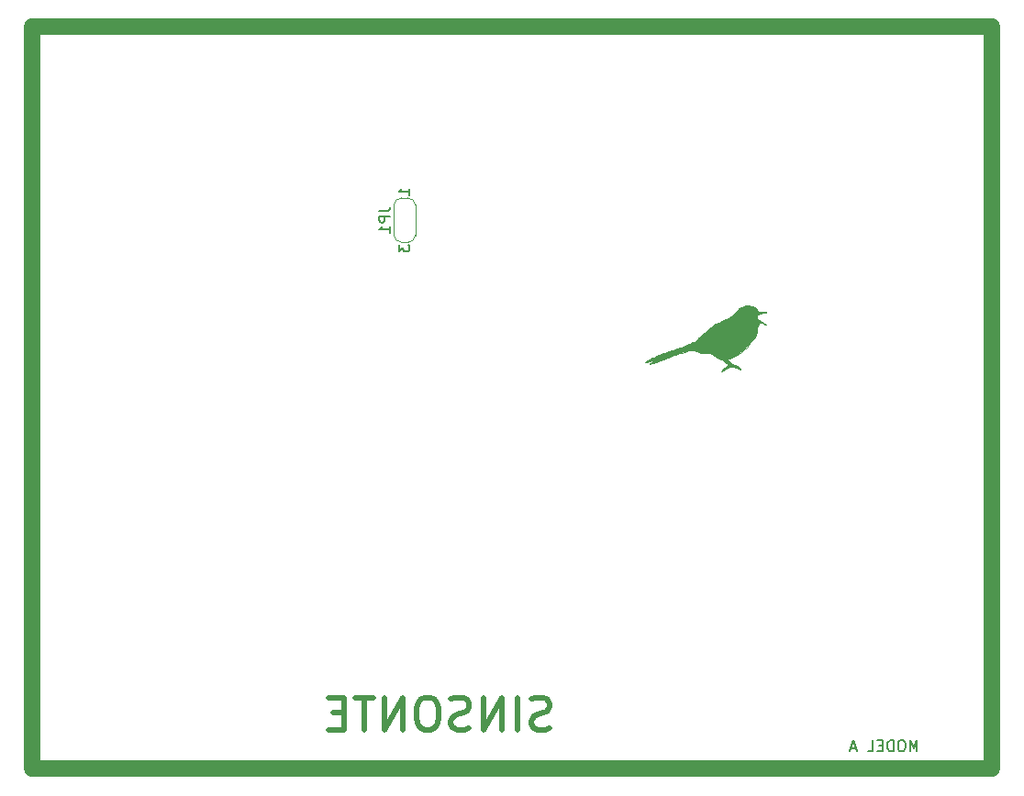
<source format=gbr>
G04 #@! TF.GenerationSoftware,KiCad,Pcbnew,5.1.5+dfsg1-2build2*
G04 #@! TF.CreationDate,2021-11-10T17:59:43-05:00*
G04 #@! TF.ProjectId,SINSONTE_MODEL_A,53494e53-4f4e-4544-955f-4d4f44454c5f,rev?*
G04 #@! TF.SameCoordinates,Original*
G04 #@! TF.FileFunction,Legend,Bot*
G04 #@! TF.FilePolarity,Positive*
%FSLAX46Y46*%
G04 Gerber Fmt 4.6, Leading zero omitted, Abs format (unit mm)*
G04 Created by KiCad (PCBNEW 5.1.5+dfsg1-2build2) date 2021-11-10 17:59:43*
%MOMM*%
%LPD*%
G04 APERTURE LIST*
%ADD10C,0.150000*%
%ADD11C,0.500000*%
%ADD12C,1.500000*%
%ADD13C,0.010000*%
%ADD14C,0.120000*%
G04 APERTURE END LIST*
D10*
X132373309Y-117609880D02*
X132373309Y-116609880D01*
X132039976Y-117324166D01*
X131706642Y-116609880D01*
X131706642Y-117609880D01*
X131039976Y-116609880D02*
X130849500Y-116609880D01*
X130754261Y-116657500D01*
X130659023Y-116752738D01*
X130611404Y-116943214D01*
X130611404Y-117276547D01*
X130659023Y-117467023D01*
X130754261Y-117562261D01*
X130849500Y-117609880D01*
X131039976Y-117609880D01*
X131135214Y-117562261D01*
X131230452Y-117467023D01*
X131278071Y-117276547D01*
X131278071Y-116943214D01*
X131230452Y-116752738D01*
X131135214Y-116657500D01*
X131039976Y-116609880D01*
X130182833Y-117609880D02*
X130182833Y-116609880D01*
X129944738Y-116609880D01*
X129801880Y-116657500D01*
X129706642Y-116752738D01*
X129659023Y-116847976D01*
X129611404Y-117038452D01*
X129611404Y-117181309D01*
X129659023Y-117371785D01*
X129706642Y-117467023D01*
X129801880Y-117562261D01*
X129944738Y-117609880D01*
X130182833Y-117609880D01*
X129182833Y-117086071D02*
X128849500Y-117086071D01*
X128706642Y-117609880D02*
X129182833Y-117609880D01*
X129182833Y-116609880D01*
X128706642Y-116609880D01*
X127801880Y-117609880D02*
X128278071Y-117609880D01*
X128278071Y-116609880D01*
X126754261Y-117324166D02*
X126278071Y-117324166D01*
X126849500Y-117609880D02*
X126516166Y-116609880D01*
X126182833Y-117609880D01*
D11*
X98479285Y-115514285D02*
X98050714Y-115657142D01*
X97336428Y-115657142D01*
X97050714Y-115514285D01*
X96907857Y-115371428D01*
X96765000Y-115085714D01*
X96765000Y-114800000D01*
X96907857Y-114514285D01*
X97050714Y-114371428D01*
X97336428Y-114228571D01*
X97907857Y-114085714D01*
X98193571Y-113942857D01*
X98336428Y-113800000D01*
X98479285Y-113514285D01*
X98479285Y-113228571D01*
X98336428Y-112942857D01*
X98193571Y-112800000D01*
X97907857Y-112657142D01*
X97193571Y-112657142D01*
X96765000Y-112800000D01*
X95479285Y-115657142D02*
X95479285Y-112657142D01*
X94050714Y-115657142D02*
X94050714Y-112657142D01*
X92336428Y-115657142D01*
X92336428Y-112657142D01*
X91050714Y-115514285D02*
X90622142Y-115657142D01*
X89907857Y-115657142D01*
X89622142Y-115514285D01*
X89479285Y-115371428D01*
X89336428Y-115085714D01*
X89336428Y-114800000D01*
X89479285Y-114514285D01*
X89622142Y-114371428D01*
X89907857Y-114228571D01*
X90479285Y-114085714D01*
X90765000Y-113942857D01*
X90907857Y-113800000D01*
X91050714Y-113514285D01*
X91050714Y-113228571D01*
X90907857Y-112942857D01*
X90765000Y-112800000D01*
X90479285Y-112657142D01*
X89765000Y-112657142D01*
X89336428Y-112800000D01*
X87479285Y-112657142D02*
X86907857Y-112657142D01*
X86622142Y-112800000D01*
X86336428Y-113085714D01*
X86193571Y-113657142D01*
X86193571Y-114657142D01*
X86336428Y-115228571D01*
X86622142Y-115514285D01*
X86907857Y-115657142D01*
X87479285Y-115657142D01*
X87765000Y-115514285D01*
X88050714Y-115228571D01*
X88193571Y-114657142D01*
X88193571Y-113657142D01*
X88050714Y-113085714D01*
X87765000Y-112800000D01*
X87479285Y-112657142D01*
X84907857Y-115657142D02*
X84907857Y-112657142D01*
X83193571Y-115657142D01*
X83193571Y-112657142D01*
X82193571Y-112657142D02*
X80479285Y-112657142D01*
X81336428Y-115657142D02*
X81336428Y-112657142D01*
X79479285Y-114085714D02*
X78479285Y-114085714D01*
X78050714Y-115657142D02*
X79479285Y-115657142D01*
X79479285Y-112657142D01*
X78050714Y-112657142D01*
D12*
X50750000Y-50750000D02*
X139250000Y-50750000D01*
X50750000Y-119250000D02*
X139250000Y-119250000D01*
X50750000Y-50750000D02*
X50750000Y-119250000D01*
X139250000Y-50750000D02*
X139250000Y-119250000D01*
D13*
G36*
X116519843Y-76473107D02*
G01*
X116410115Y-76510203D01*
X116354218Y-76547451D01*
X116311324Y-76571441D01*
X116251659Y-76590578D01*
X116247334Y-76591503D01*
X116172728Y-76614723D01*
X116087578Y-76652923D01*
X116004727Y-76698995D01*
X115937017Y-76745829D01*
X115898303Y-76784719D01*
X115803752Y-76910352D01*
X115679840Y-77046989D01*
X115535137Y-77186842D01*
X115378216Y-77322124D01*
X115217649Y-77445047D01*
X115062008Y-77547822D01*
X115051417Y-77554121D01*
X114946815Y-77613521D01*
X114819338Y-77682284D01*
X114676880Y-77756495D01*
X114527335Y-77832239D01*
X114378597Y-77905603D01*
X114238558Y-77972671D01*
X114115113Y-78029529D01*
X114016155Y-78072263D01*
X113971917Y-78089459D01*
X113845025Y-78137380D01*
X113737676Y-78183952D01*
X113642226Y-78234300D01*
X113551028Y-78293550D01*
X113456438Y-78366825D01*
X113350810Y-78459252D01*
X113226498Y-78575956D01*
X113181427Y-78619359D01*
X113066778Y-78726389D01*
X112930256Y-78847792D01*
X112784174Y-78972975D01*
X112640848Y-79091346D01*
X112537974Y-79172840D01*
X112431659Y-79256417D01*
X112336873Y-79333562D01*
X112258797Y-79399842D01*
X112202609Y-79450827D01*
X112173491Y-79482085D01*
X112170809Y-79486949D01*
X112150492Y-79520327D01*
X112107956Y-79573065D01*
X112051444Y-79635130D01*
X112036144Y-79650881D01*
X111983802Y-79702271D01*
X111937297Y-79741331D01*
X111887139Y-79773414D01*
X111823837Y-79803873D01*
X111737899Y-79838062D01*
X111641308Y-79873566D01*
X111495012Y-79927699D01*
X111380740Y-79973096D01*
X111290109Y-80013638D01*
X111214734Y-80053205D01*
X111146232Y-80095680D01*
X111114417Y-80117475D01*
X111045751Y-80157026D01*
X110942582Y-80204793D01*
X110811358Y-80258263D01*
X110658526Y-80314921D01*
X110490535Y-80372252D01*
X110336495Y-80420894D01*
X110211415Y-80459749D01*
X110060008Y-80508154D01*
X109888765Y-80563917D01*
X109704174Y-80624847D01*
X109512725Y-80688751D01*
X109320905Y-80753440D01*
X109135205Y-80816722D01*
X108962113Y-80876404D01*
X108808118Y-80930297D01*
X108679709Y-80976209D01*
X108583374Y-81011948D01*
X108563834Y-81019519D01*
X108470135Y-81058558D01*
X108354451Y-81110276D01*
X108222952Y-81171573D01*
X108081813Y-81239348D01*
X107937206Y-81310502D01*
X107795303Y-81381935D01*
X107662278Y-81450546D01*
X107544302Y-81513236D01*
X107447550Y-81566905D01*
X107378194Y-81608453D01*
X107346750Y-81630735D01*
X107283250Y-81685033D01*
X107421506Y-81674244D01*
X107514275Y-81661107D01*
X107607853Y-81638602D01*
X107661386Y-81619894D01*
X107727183Y-81594726D01*
X107781941Y-81578992D01*
X107801277Y-81576333D01*
X107842916Y-81567873D01*
X107903642Y-81546511D01*
X107931814Y-81534464D01*
X108025185Y-81505155D01*
X108125098Y-81493331D01*
X108129917Y-81493329D01*
X108235750Y-81494062D01*
X108066417Y-81575361D01*
X107989324Y-81616095D01*
X107906739Y-81665766D01*
X107825854Y-81719210D01*
X107753865Y-81771264D01*
X107697963Y-81816763D01*
X107665343Y-81850542D01*
X107661305Y-81866193D01*
X107689777Y-81869619D01*
X107745765Y-81860449D01*
X107817514Y-81841900D01*
X107893271Y-81817189D01*
X107961283Y-81789535D01*
X107985282Y-81777505D01*
X108050595Y-81748178D01*
X108088966Y-81746862D01*
X108095425Y-81751391D01*
X108127941Y-81758579D01*
X108190974Y-81744354D01*
X108285944Y-81708216D01*
X108414271Y-81649669D01*
X108487008Y-81614020D01*
X108587881Y-81568498D01*
X108698973Y-81525686D01*
X108797968Y-81494111D01*
X108807334Y-81491645D01*
X108878112Y-81469775D01*
X108977388Y-81433946D01*
X109095248Y-81387995D01*
X109221779Y-81335759D01*
X109318373Y-81293891D01*
X109438448Y-81240743D01*
X109540827Y-81195953D01*
X109631343Y-81157419D01*
X109715832Y-81123035D01*
X109800128Y-81090697D01*
X109890065Y-81058303D01*
X109991478Y-81023747D01*
X110110201Y-80984925D01*
X110252068Y-80939734D01*
X110422914Y-80886069D01*
X110619644Y-80824614D01*
X111331372Y-80602461D01*
X111667394Y-80623112D01*
X111836410Y-80635241D01*
X111967915Y-80649123D01*
X112066731Y-80665917D01*
X112137676Y-80686780D01*
X112185570Y-80712872D01*
X112215233Y-80745350D01*
X112221139Y-80756183D01*
X112239877Y-80785544D01*
X112267656Y-80806742D01*
X112310665Y-80820849D01*
X112375095Y-80828938D01*
X112467133Y-80832081D01*
X112592970Y-80831351D01*
X112649000Y-80830321D01*
X112850276Y-80835428D01*
X113049550Y-80857637D01*
X113240117Y-80895024D01*
X113415268Y-80945665D01*
X113568296Y-81007634D01*
X113692493Y-81079007D01*
X113778144Y-81154321D01*
X113836114Y-81210821D01*
X113900191Y-81258327D01*
X113919000Y-81268952D01*
X113989120Y-81308810D01*
X114057529Y-81354402D01*
X114060463Y-81356582D01*
X114115734Y-81388838D01*
X114180192Y-81403974D01*
X114249208Y-81407000D01*
X114370573Y-81407000D01*
X114933003Y-81963918D01*
X114769960Y-82055703D01*
X114594821Y-82175593D01*
X114452447Y-82318788D01*
X114356888Y-82461300D01*
X114326678Y-82519482D01*
X114308514Y-82559311D01*
X114305970Y-82571166D01*
X114325571Y-82559595D01*
X114372263Y-82528183D01*
X114438821Y-82481877D01*
X114509419Y-82431787D01*
X114619786Y-82358873D01*
X114741748Y-82288340D01*
X114866867Y-82224124D01*
X114986702Y-82170163D01*
X115092815Y-82130393D01*
X115176766Y-82108750D01*
X115207937Y-82105958D01*
X115321728Y-82116679D01*
X115460201Y-82145455D01*
X115611503Y-82188956D01*
X115763778Y-82243856D01*
X115880441Y-82294751D01*
X115974413Y-82339403D01*
X116035384Y-82367017D01*
X116068525Y-82378862D01*
X116079004Y-82376206D01*
X116071992Y-82360319D01*
X116056589Y-82337990D01*
X115965272Y-82223285D01*
X115866693Y-82122734D01*
X115767511Y-82041603D01*
X115674386Y-81985158D01*
X115593980Y-81958667D01*
X115575209Y-81957333D01*
X115533383Y-81947682D01*
X115475583Y-81923655D01*
X115458639Y-81915000D01*
X115393558Y-81887623D01*
X115332143Y-81873284D01*
X115321008Y-81872666D01*
X115291221Y-81866424D01*
X115253273Y-81845054D01*
X115202212Y-81804592D01*
X115133082Y-81741073D01*
X115040930Y-81650533D01*
X115030951Y-81640535D01*
X114952204Y-81560433D01*
X114886198Y-81491155D01*
X114837803Y-81437990D01*
X114811892Y-81406225D01*
X114809062Y-81399712D01*
X114832773Y-81392632D01*
X114888558Y-81380807D01*
X114966697Y-81366212D01*
X115015137Y-81357812D01*
X115111414Y-81337410D01*
X115210297Y-81307209D01*
X115317046Y-81264691D01*
X115436920Y-81207338D01*
X115575178Y-81132632D01*
X115737081Y-81038053D01*
X115927887Y-80921085D01*
X115929834Y-80919872D01*
X116178846Y-80746503D01*
X116418377Y-80544852D01*
X116638570Y-80324233D01*
X116829563Y-80093961D01*
X116883493Y-80018904D01*
X116962737Y-79911775D01*
X117059450Y-79792338D01*
X117159980Y-79676985D01*
X117231199Y-79601459D01*
X117428292Y-79402112D01*
X117536313Y-79072713D01*
X117580218Y-78936858D01*
X117611314Y-78833832D01*
X117630808Y-78756516D01*
X117639907Y-78697795D01*
X117639818Y-78650550D01*
X117631749Y-78607665D01*
X117620981Y-78573493D01*
X117611545Y-78537405D01*
X117612833Y-78501641D01*
X117627682Y-78455759D01*
X117658932Y-78389314D01*
X117684647Y-78339241D01*
X117726604Y-78250600D01*
X117761005Y-78163233D01*
X117781915Y-78092666D01*
X117784553Y-78077961D01*
X117797440Y-77983943D01*
X117906095Y-78024909D01*
X117978301Y-78054758D01*
X118070025Y-78096283D01*
X118163379Y-78141340D01*
X118178464Y-78148937D01*
X118286215Y-78200108D01*
X118359796Y-78226852D01*
X118399579Y-78229219D01*
X118405936Y-78207255D01*
X118390135Y-78176574D01*
X118360352Y-78148407D01*
X118301472Y-78105332D01*
X118221720Y-78052426D01*
X118129316Y-77994766D01*
X118032485Y-77937428D01*
X117939448Y-77885490D01*
X117858429Y-77844029D01*
X117831307Y-77831549D01*
X117751424Y-77795151D01*
X117700446Y-77765888D01*
X117668132Y-77734782D01*
X117644239Y-77692856D01*
X117627187Y-77652624D01*
X117600384Y-77574129D01*
X117581658Y-77496561D01*
X117577227Y-77464223D01*
X117578011Y-77408026D01*
X117598184Y-77372395D01*
X117641332Y-77341731D01*
X117689939Y-77316718D01*
X117766802Y-77282273D01*
X117860384Y-77243403D01*
X117937176Y-77213378D01*
X118039018Y-77175667D01*
X118113868Y-77151603D01*
X118173901Y-77138780D01*
X118231295Y-77134789D01*
X118298227Y-77137222D01*
X118316146Y-77138429D01*
X118411641Y-77141559D01*
X118466472Y-77134489D01*
X118481117Y-77116994D01*
X118456052Y-77088846D01*
X118441632Y-77078795D01*
X118359090Y-77042891D01*
X118247338Y-77020093D01*
X118117828Y-77011733D01*
X117982013Y-77019146D01*
X117956966Y-77022373D01*
X117789288Y-77046086D01*
X117621915Y-76869267D01*
X117476546Y-76731777D01*
X117329484Y-76628400D01*
X117168825Y-76552168D01*
X116985785Y-76496856D01*
X116813545Y-76465963D01*
X116656275Y-76458203D01*
X116519843Y-76473107D01*
G37*
X116519843Y-76473107D02*
X116410115Y-76510203D01*
X116354218Y-76547451D01*
X116311324Y-76571441D01*
X116251659Y-76590578D01*
X116247334Y-76591503D01*
X116172728Y-76614723D01*
X116087578Y-76652923D01*
X116004727Y-76698995D01*
X115937017Y-76745829D01*
X115898303Y-76784719D01*
X115803752Y-76910352D01*
X115679840Y-77046989D01*
X115535137Y-77186842D01*
X115378216Y-77322124D01*
X115217649Y-77445047D01*
X115062008Y-77547822D01*
X115051417Y-77554121D01*
X114946815Y-77613521D01*
X114819338Y-77682284D01*
X114676880Y-77756495D01*
X114527335Y-77832239D01*
X114378597Y-77905603D01*
X114238558Y-77972671D01*
X114115113Y-78029529D01*
X114016155Y-78072263D01*
X113971917Y-78089459D01*
X113845025Y-78137380D01*
X113737676Y-78183952D01*
X113642226Y-78234300D01*
X113551028Y-78293550D01*
X113456438Y-78366825D01*
X113350810Y-78459252D01*
X113226498Y-78575956D01*
X113181427Y-78619359D01*
X113066778Y-78726389D01*
X112930256Y-78847792D01*
X112784174Y-78972975D01*
X112640848Y-79091346D01*
X112537974Y-79172840D01*
X112431659Y-79256417D01*
X112336873Y-79333562D01*
X112258797Y-79399842D01*
X112202609Y-79450827D01*
X112173491Y-79482085D01*
X112170809Y-79486949D01*
X112150492Y-79520327D01*
X112107956Y-79573065D01*
X112051444Y-79635130D01*
X112036144Y-79650881D01*
X111983802Y-79702271D01*
X111937297Y-79741331D01*
X111887139Y-79773414D01*
X111823837Y-79803873D01*
X111737899Y-79838062D01*
X111641308Y-79873566D01*
X111495012Y-79927699D01*
X111380740Y-79973096D01*
X111290109Y-80013638D01*
X111214734Y-80053205D01*
X111146232Y-80095680D01*
X111114417Y-80117475D01*
X111045751Y-80157026D01*
X110942582Y-80204793D01*
X110811358Y-80258263D01*
X110658526Y-80314921D01*
X110490535Y-80372252D01*
X110336495Y-80420894D01*
X110211415Y-80459749D01*
X110060008Y-80508154D01*
X109888765Y-80563917D01*
X109704174Y-80624847D01*
X109512725Y-80688751D01*
X109320905Y-80753440D01*
X109135205Y-80816722D01*
X108962113Y-80876404D01*
X108808118Y-80930297D01*
X108679709Y-80976209D01*
X108583374Y-81011948D01*
X108563834Y-81019519D01*
X108470135Y-81058558D01*
X108354451Y-81110276D01*
X108222952Y-81171573D01*
X108081813Y-81239348D01*
X107937206Y-81310502D01*
X107795303Y-81381935D01*
X107662278Y-81450546D01*
X107544302Y-81513236D01*
X107447550Y-81566905D01*
X107378194Y-81608453D01*
X107346750Y-81630735D01*
X107283250Y-81685033D01*
X107421506Y-81674244D01*
X107514275Y-81661107D01*
X107607853Y-81638602D01*
X107661386Y-81619894D01*
X107727183Y-81594726D01*
X107781941Y-81578992D01*
X107801277Y-81576333D01*
X107842916Y-81567873D01*
X107903642Y-81546511D01*
X107931814Y-81534464D01*
X108025185Y-81505155D01*
X108125098Y-81493331D01*
X108129917Y-81493329D01*
X108235750Y-81494062D01*
X108066417Y-81575361D01*
X107989324Y-81616095D01*
X107906739Y-81665766D01*
X107825854Y-81719210D01*
X107753865Y-81771264D01*
X107697963Y-81816763D01*
X107665343Y-81850542D01*
X107661305Y-81866193D01*
X107689777Y-81869619D01*
X107745765Y-81860449D01*
X107817514Y-81841900D01*
X107893271Y-81817189D01*
X107961283Y-81789535D01*
X107985282Y-81777505D01*
X108050595Y-81748178D01*
X108088966Y-81746862D01*
X108095425Y-81751391D01*
X108127941Y-81758579D01*
X108190974Y-81744354D01*
X108285944Y-81708216D01*
X108414271Y-81649669D01*
X108487008Y-81614020D01*
X108587881Y-81568498D01*
X108698973Y-81525686D01*
X108797968Y-81494111D01*
X108807334Y-81491645D01*
X108878112Y-81469775D01*
X108977388Y-81433946D01*
X109095248Y-81387995D01*
X109221779Y-81335759D01*
X109318373Y-81293891D01*
X109438448Y-81240743D01*
X109540827Y-81195953D01*
X109631343Y-81157419D01*
X109715832Y-81123035D01*
X109800128Y-81090697D01*
X109890065Y-81058303D01*
X109991478Y-81023747D01*
X110110201Y-80984925D01*
X110252068Y-80939734D01*
X110422914Y-80886069D01*
X110619644Y-80824614D01*
X111331372Y-80602461D01*
X111667394Y-80623112D01*
X111836410Y-80635241D01*
X111967915Y-80649123D01*
X112066731Y-80665917D01*
X112137676Y-80686780D01*
X112185570Y-80712872D01*
X112215233Y-80745350D01*
X112221139Y-80756183D01*
X112239877Y-80785544D01*
X112267656Y-80806742D01*
X112310665Y-80820849D01*
X112375095Y-80828938D01*
X112467133Y-80832081D01*
X112592970Y-80831351D01*
X112649000Y-80830321D01*
X112850276Y-80835428D01*
X113049550Y-80857637D01*
X113240117Y-80895024D01*
X113415268Y-80945665D01*
X113568296Y-81007634D01*
X113692493Y-81079007D01*
X113778144Y-81154321D01*
X113836114Y-81210821D01*
X113900191Y-81258327D01*
X113919000Y-81268952D01*
X113989120Y-81308810D01*
X114057529Y-81354402D01*
X114060463Y-81356582D01*
X114115734Y-81388838D01*
X114180192Y-81403974D01*
X114249208Y-81407000D01*
X114370573Y-81407000D01*
X114933003Y-81963918D01*
X114769960Y-82055703D01*
X114594821Y-82175593D01*
X114452447Y-82318788D01*
X114356888Y-82461300D01*
X114326678Y-82519482D01*
X114308514Y-82559311D01*
X114305970Y-82571166D01*
X114325571Y-82559595D01*
X114372263Y-82528183D01*
X114438821Y-82481877D01*
X114509419Y-82431787D01*
X114619786Y-82358873D01*
X114741748Y-82288340D01*
X114866867Y-82224124D01*
X114986702Y-82170163D01*
X115092815Y-82130393D01*
X115176766Y-82108750D01*
X115207937Y-82105958D01*
X115321728Y-82116679D01*
X115460201Y-82145455D01*
X115611503Y-82188956D01*
X115763778Y-82243856D01*
X115880441Y-82294751D01*
X115974413Y-82339403D01*
X116035384Y-82367017D01*
X116068525Y-82378862D01*
X116079004Y-82376206D01*
X116071992Y-82360319D01*
X116056589Y-82337990D01*
X115965272Y-82223285D01*
X115866693Y-82122734D01*
X115767511Y-82041603D01*
X115674386Y-81985158D01*
X115593980Y-81958667D01*
X115575209Y-81957333D01*
X115533383Y-81947682D01*
X115475583Y-81923655D01*
X115458639Y-81915000D01*
X115393558Y-81887623D01*
X115332143Y-81873284D01*
X115321008Y-81872666D01*
X115291221Y-81866424D01*
X115253273Y-81845054D01*
X115202212Y-81804592D01*
X115133082Y-81741073D01*
X115040930Y-81650533D01*
X115030951Y-81640535D01*
X114952204Y-81560433D01*
X114886198Y-81491155D01*
X114837803Y-81437990D01*
X114811892Y-81406225D01*
X114809062Y-81399712D01*
X114832773Y-81392632D01*
X114888558Y-81380807D01*
X114966697Y-81366212D01*
X115015137Y-81357812D01*
X115111414Y-81337410D01*
X115210297Y-81307209D01*
X115317046Y-81264691D01*
X115436920Y-81207338D01*
X115575178Y-81132632D01*
X115737081Y-81038053D01*
X115927887Y-80921085D01*
X115929834Y-80919872D01*
X116178846Y-80746503D01*
X116418377Y-80544852D01*
X116638570Y-80324233D01*
X116829563Y-80093961D01*
X116883493Y-80018904D01*
X116962737Y-79911775D01*
X117059450Y-79792338D01*
X117159980Y-79676985D01*
X117231199Y-79601459D01*
X117428292Y-79402112D01*
X117536313Y-79072713D01*
X117580218Y-78936858D01*
X117611314Y-78833832D01*
X117630808Y-78756516D01*
X117639907Y-78697795D01*
X117639818Y-78650550D01*
X117631749Y-78607665D01*
X117620981Y-78573493D01*
X117611545Y-78537405D01*
X117612833Y-78501641D01*
X117627682Y-78455759D01*
X117658932Y-78389314D01*
X117684647Y-78339241D01*
X117726604Y-78250600D01*
X117761005Y-78163233D01*
X117781915Y-78092666D01*
X117784553Y-78077961D01*
X117797440Y-77983943D01*
X117906095Y-78024909D01*
X117978301Y-78054758D01*
X118070025Y-78096283D01*
X118163379Y-78141340D01*
X118178464Y-78148937D01*
X118286215Y-78200108D01*
X118359796Y-78226852D01*
X118399579Y-78229219D01*
X118405936Y-78207255D01*
X118390135Y-78176574D01*
X118360352Y-78148407D01*
X118301472Y-78105332D01*
X118221720Y-78052426D01*
X118129316Y-77994766D01*
X118032485Y-77937428D01*
X117939448Y-77885490D01*
X117858429Y-77844029D01*
X117831307Y-77831549D01*
X117751424Y-77795151D01*
X117700446Y-77765888D01*
X117668132Y-77734782D01*
X117644239Y-77692856D01*
X117627187Y-77652624D01*
X117600384Y-77574129D01*
X117581658Y-77496561D01*
X117577227Y-77464223D01*
X117578011Y-77408026D01*
X117598184Y-77372395D01*
X117641332Y-77341731D01*
X117689939Y-77316718D01*
X117766802Y-77282273D01*
X117860384Y-77243403D01*
X117937176Y-77213378D01*
X118039018Y-77175667D01*
X118113868Y-77151603D01*
X118173901Y-77138780D01*
X118231295Y-77134789D01*
X118298227Y-77137222D01*
X118316146Y-77138429D01*
X118411641Y-77141559D01*
X118466472Y-77134489D01*
X118481117Y-77116994D01*
X118456052Y-77088846D01*
X118441632Y-77078795D01*
X118359090Y-77042891D01*
X118247338Y-77020093D01*
X118117828Y-77011733D01*
X117982013Y-77019146D01*
X117956966Y-77022373D01*
X117789288Y-77046086D01*
X117621915Y-76869267D01*
X117476546Y-76731777D01*
X117329484Y-76628400D01*
X117168825Y-76552168D01*
X116985785Y-76496856D01*
X116813545Y-76465963D01*
X116656275Y-76458203D01*
X116519843Y-76473107D01*
D14*
X84790000Y-66530000D02*
G75*
G03X84090000Y-67230000I0J-700000D01*
G01*
X86090000Y-67230000D02*
G75*
G03X85390000Y-66530000I-700000J0D01*
G01*
X85390000Y-70630000D02*
G75*
G03X86090000Y-69930000I0J700000D01*
G01*
X84090000Y-69930000D02*
G75*
G03X84790000Y-70630000I700000J0D01*
G01*
X84090000Y-67180000D02*
X84090000Y-69980000D01*
X84790000Y-70630000D02*
X85390000Y-70630000D01*
X86090000Y-69980000D02*
X86090000Y-67180000D01*
X85390000Y-66530000D02*
X84790000Y-66530000D01*
D10*
X82742380Y-67746666D02*
X83456666Y-67746666D01*
X83599523Y-67699047D01*
X83694761Y-67603809D01*
X83742380Y-67460952D01*
X83742380Y-67365714D01*
X83742380Y-68222857D02*
X82742380Y-68222857D01*
X82742380Y-68603809D01*
X82790000Y-68699047D01*
X82837619Y-68746666D01*
X82932857Y-68794285D01*
X83075714Y-68794285D01*
X83170952Y-68746666D01*
X83218571Y-68699047D01*
X83266190Y-68603809D01*
X83266190Y-68222857D01*
X83742380Y-69746666D02*
X83742380Y-69175238D01*
X83742380Y-69460952D02*
X82742380Y-69460952D01*
X82885238Y-69365714D01*
X82980476Y-69270476D01*
X83028095Y-69175238D01*
X85542380Y-66265714D02*
X85542380Y-65694285D01*
X85542380Y-65980000D02*
X84542380Y-65980000D01*
X84685238Y-65884761D01*
X84780476Y-65789523D01*
X84828095Y-65694285D01*
X84542380Y-70846666D02*
X84542380Y-71465714D01*
X84923333Y-71132380D01*
X84923333Y-71275238D01*
X84970952Y-71370476D01*
X85018571Y-71418095D01*
X85113809Y-71465714D01*
X85351904Y-71465714D01*
X85447142Y-71418095D01*
X85494761Y-71370476D01*
X85542380Y-71275238D01*
X85542380Y-70989523D01*
X85494761Y-70894285D01*
X85447142Y-70846666D01*
M02*

</source>
